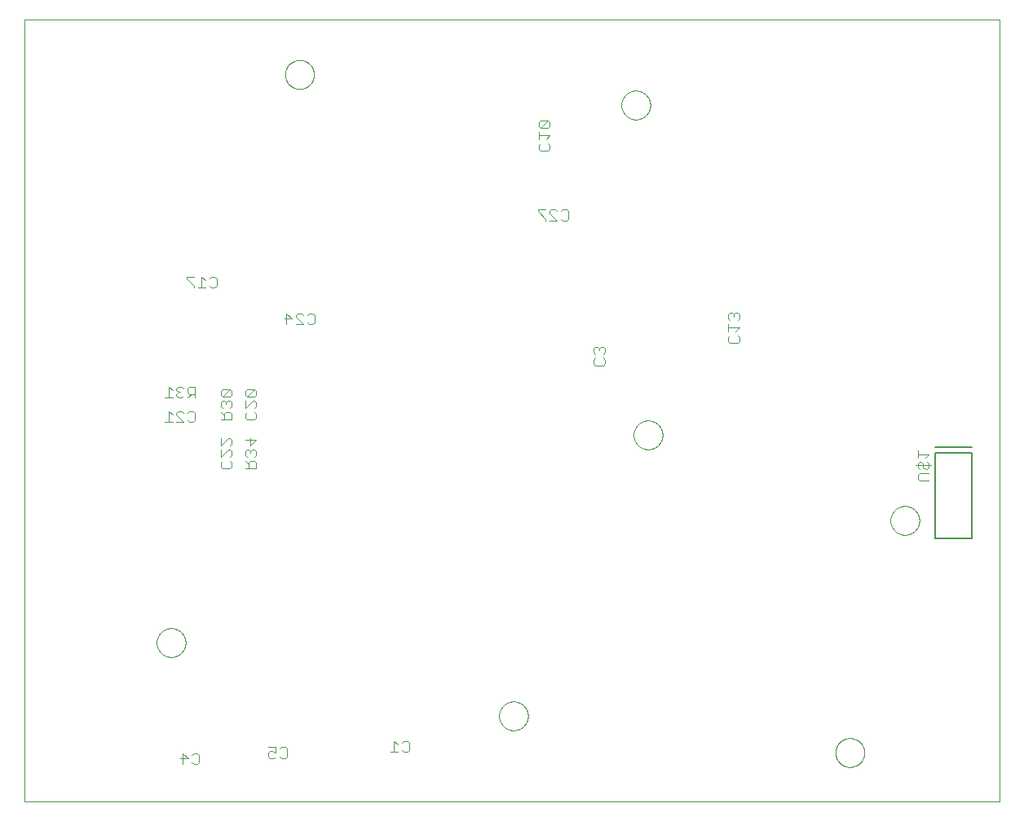
<source format=gbo>
G75*
%MOIN*%
%OFA0B0*%
%FSLAX25Y25*%
%IPPOS*%
%LPD*%
%AMOC8*
5,1,8,0,0,1.08239X$1,22.5*
%
%ADD10C,0.00000*%
%ADD11C,0.00400*%
%ADD12C,0.00500*%
D10*
X0005000Y0037627D02*
X0005000Y0357588D01*
X0403701Y0357588D01*
X0403701Y0037627D01*
X0005000Y0037627D01*
X0059094Y0102627D02*
X0059096Y0102780D01*
X0059102Y0102934D01*
X0059112Y0103087D01*
X0059126Y0103239D01*
X0059144Y0103392D01*
X0059166Y0103543D01*
X0059191Y0103694D01*
X0059221Y0103845D01*
X0059255Y0103995D01*
X0059292Y0104143D01*
X0059333Y0104291D01*
X0059378Y0104437D01*
X0059427Y0104583D01*
X0059480Y0104727D01*
X0059536Y0104869D01*
X0059596Y0105010D01*
X0059660Y0105150D01*
X0059727Y0105288D01*
X0059798Y0105424D01*
X0059873Y0105558D01*
X0059950Y0105690D01*
X0060032Y0105820D01*
X0060116Y0105948D01*
X0060204Y0106074D01*
X0060295Y0106197D01*
X0060389Y0106318D01*
X0060487Y0106436D01*
X0060587Y0106552D01*
X0060691Y0106665D01*
X0060797Y0106776D01*
X0060906Y0106884D01*
X0061018Y0106989D01*
X0061132Y0107090D01*
X0061250Y0107189D01*
X0061369Y0107285D01*
X0061491Y0107378D01*
X0061616Y0107467D01*
X0061743Y0107554D01*
X0061872Y0107636D01*
X0062003Y0107716D01*
X0062136Y0107792D01*
X0062271Y0107865D01*
X0062408Y0107934D01*
X0062547Y0107999D01*
X0062687Y0108061D01*
X0062829Y0108119D01*
X0062972Y0108174D01*
X0063117Y0108225D01*
X0063263Y0108272D01*
X0063410Y0108315D01*
X0063558Y0108354D01*
X0063707Y0108390D01*
X0063857Y0108421D01*
X0064008Y0108449D01*
X0064159Y0108473D01*
X0064312Y0108493D01*
X0064464Y0108509D01*
X0064617Y0108521D01*
X0064770Y0108529D01*
X0064923Y0108533D01*
X0065077Y0108533D01*
X0065230Y0108529D01*
X0065383Y0108521D01*
X0065536Y0108509D01*
X0065688Y0108493D01*
X0065841Y0108473D01*
X0065992Y0108449D01*
X0066143Y0108421D01*
X0066293Y0108390D01*
X0066442Y0108354D01*
X0066590Y0108315D01*
X0066737Y0108272D01*
X0066883Y0108225D01*
X0067028Y0108174D01*
X0067171Y0108119D01*
X0067313Y0108061D01*
X0067453Y0107999D01*
X0067592Y0107934D01*
X0067729Y0107865D01*
X0067864Y0107792D01*
X0067997Y0107716D01*
X0068128Y0107636D01*
X0068257Y0107554D01*
X0068384Y0107467D01*
X0068509Y0107378D01*
X0068631Y0107285D01*
X0068750Y0107189D01*
X0068868Y0107090D01*
X0068982Y0106989D01*
X0069094Y0106884D01*
X0069203Y0106776D01*
X0069309Y0106665D01*
X0069413Y0106552D01*
X0069513Y0106436D01*
X0069611Y0106318D01*
X0069705Y0106197D01*
X0069796Y0106074D01*
X0069884Y0105948D01*
X0069968Y0105820D01*
X0070050Y0105690D01*
X0070127Y0105558D01*
X0070202Y0105424D01*
X0070273Y0105288D01*
X0070340Y0105150D01*
X0070404Y0105010D01*
X0070464Y0104869D01*
X0070520Y0104727D01*
X0070573Y0104583D01*
X0070622Y0104437D01*
X0070667Y0104291D01*
X0070708Y0104143D01*
X0070745Y0103995D01*
X0070779Y0103845D01*
X0070809Y0103694D01*
X0070834Y0103543D01*
X0070856Y0103392D01*
X0070874Y0103239D01*
X0070888Y0103087D01*
X0070898Y0102934D01*
X0070904Y0102780D01*
X0070906Y0102627D01*
X0070904Y0102474D01*
X0070898Y0102320D01*
X0070888Y0102167D01*
X0070874Y0102015D01*
X0070856Y0101862D01*
X0070834Y0101711D01*
X0070809Y0101560D01*
X0070779Y0101409D01*
X0070745Y0101259D01*
X0070708Y0101111D01*
X0070667Y0100963D01*
X0070622Y0100817D01*
X0070573Y0100671D01*
X0070520Y0100527D01*
X0070464Y0100385D01*
X0070404Y0100244D01*
X0070340Y0100104D01*
X0070273Y0099966D01*
X0070202Y0099830D01*
X0070127Y0099696D01*
X0070050Y0099564D01*
X0069968Y0099434D01*
X0069884Y0099306D01*
X0069796Y0099180D01*
X0069705Y0099057D01*
X0069611Y0098936D01*
X0069513Y0098818D01*
X0069413Y0098702D01*
X0069309Y0098589D01*
X0069203Y0098478D01*
X0069094Y0098370D01*
X0068982Y0098265D01*
X0068868Y0098164D01*
X0068750Y0098065D01*
X0068631Y0097969D01*
X0068509Y0097876D01*
X0068384Y0097787D01*
X0068257Y0097700D01*
X0068128Y0097618D01*
X0067997Y0097538D01*
X0067864Y0097462D01*
X0067729Y0097389D01*
X0067592Y0097320D01*
X0067453Y0097255D01*
X0067313Y0097193D01*
X0067171Y0097135D01*
X0067028Y0097080D01*
X0066883Y0097029D01*
X0066737Y0096982D01*
X0066590Y0096939D01*
X0066442Y0096900D01*
X0066293Y0096864D01*
X0066143Y0096833D01*
X0065992Y0096805D01*
X0065841Y0096781D01*
X0065688Y0096761D01*
X0065536Y0096745D01*
X0065383Y0096733D01*
X0065230Y0096725D01*
X0065077Y0096721D01*
X0064923Y0096721D01*
X0064770Y0096725D01*
X0064617Y0096733D01*
X0064464Y0096745D01*
X0064312Y0096761D01*
X0064159Y0096781D01*
X0064008Y0096805D01*
X0063857Y0096833D01*
X0063707Y0096864D01*
X0063558Y0096900D01*
X0063410Y0096939D01*
X0063263Y0096982D01*
X0063117Y0097029D01*
X0062972Y0097080D01*
X0062829Y0097135D01*
X0062687Y0097193D01*
X0062547Y0097255D01*
X0062408Y0097320D01*
X0062271Y0097389D01*
X0062136Y0097462D01*
X0062003Y0097538D01*
X0061872Y0097618D01*
X0061743Y0097700D01*
X0061616Y0097787D01*
X0061491Y0097876D01*
X0061369Y0097969D01*
X0061250Y0098065D01*
X0061132Y0098164D01*
X0061018Y0098265D01*
X0060906Y0098370D01*
X0060797Y0098478D01*
X0060691Y0098589D01*
X0060587Y0098702D01*
X0060487Y0098818D01*
X0060389Y0098936D01*
X0060295Y0099057D01*
X0060204Y0099180D01*
X0060116Y0099306D01*
X0060032Y0099434D01*
X0059950Y0099564D01*
X0059873Y0099696D01*
X0059798Y0099830D01*
X0059727Y0099966D01*
X0059660Y0100104D01*
X0059596Y0100244D01*
X0059536Y0100385D01*
X0059480Y0100527D01*
X0059427Y0100671D01*
X0059378Y0100817D01*
X0059333Y0100963D01*
X0059292Y0101111D01*
X0059255Y0101259D01*
X0059221Y0101409D01*
X0059191Y0101560D01*
X0059166Y0101711D01*
X0059144Y0101862D01*
X0059126Y0102015D01*
X0059112Y0102167D01*
X0059102Y0102320D01*
X0059096Y0102474D01*
X0059094Y0102627D01*
X0199094Y0072627D02*
X0199096Y0072780D01*
X0199102Y0072934D01*
X0199112Y0073087D01*
X0199126Y0073239D01*
X0199144Y0073392D01*
X0199166Y0073543D01*
X0199191Y0073694D01*
X0199221Y0073845D01*
X0199255Y0073995D01*
X0199292Y0074143D01*
X0199333Y0074291D01*
X0199378Y0074437D01*
X0199427Y0074583D01*
X0199480Y0074727D01*
X0199536Y0074869D01*
X0199596Y0075010D01*
X0199660Y0075150D01*
X0199727Y0075288D01*
X0199798Y0075424D01*
X0199873Y0075558D01*
X0199950Y0075690D01*
X0200032Y0075820D01*
X0200116Y0075948D01*
X0200204Y0076074D01*
X0200295Y0076197D01*
X0200389Y0076318D01*
X0200487Y0076436D01*
X0200587Y0076552D01*
X0200691Y0076665D01*
X0200797Y0076776D01*
X0200906Y0076884D01*
X0201018Y0076989D01*
X0201132Y0077090D01*
X0201250Y0077189D01*
X0201369Y0077285D01*
X0201491Y0077378D01*
X0201616Y0077467D01*
X0201743Y0077554D01*
X0201872Y0077636D01*
X0202003Y0077716D01*
X0202136Y0077792D01*
X0202271Y0077865D01*
X0202408Y0077934D01*
X0202547Y0077999D01*
X0202687Y0078061D01*
X0202829Y0078119D01*
X0202972Y0078174D01*
X0203117Y0078225D01*
X0203263Y0078272D01*
X0203410Y0078315D01*
X0203558Y0078354D01*
X0203707Y0078390D01*
X0203857Y0078421D01*
X0204008Y0078449D01*
X0204159Y0078473D01*
X0204312Y0078493D01*
X0204464Y0078509D01*
X0204617Y0078521D01*
X0204770Y0078529D01*
X0204923Y0078533D01*
X0205077Y0078533D01*
X0205230Y0078529D01*
X0205383Y0078521D01*
X0205536Y0078509D01*
X0205688Y0078493D01*
X0205841Y0078473D01*
X0205992Y0078449D01*
X0206143Y0078421D01*
X0206293Y0078390D01*
X0206442Y0078354D01*
X0206590Y0078315D01*
X0206737Y0078272D01*
X0206883Y0078225D01*
X0207028Y0078174D01*
X0207171Y0078119D01*
X0207313Y0078061D01*
X0207453Y0077999D01*
X0207592Y0077934D01*
X0207729Y0077865D01*
X0207864Y0077792D01*
X0207997Y0077716D01*
X0208128Y0077636D01*
X0208257Y0077554D01*
X0208384Y0077467D01*
X0208509Y0077378D01*
X0208631Y0077285D01*
X0208750Y0077189D01*
X0208868Y0077090D01*
X0208982Y0076989D01*
X0209094Y0076884D01*
X0209203Y0076776D01*
X0209309Y0076665D01*
X0209413Y0076552D01*
X0209513Y0076436D01*
X0209611Y0076318D01*
X0209705Y0076197D01*
X0209796Y0076074D01*
X0209884Y0075948D01*
X0209968Y0075820D01*
X0210050Y0075690D01*
X0210127Y0075558D01*
X0210202Y0075424D01*
X0210273Y0075288D01*
X0210340Y0075150D01*
X0210404Y0075010D01*
X0210464Y0074869D01*
X0210520Y0074727D01*
X0210573Y0074583D01*
X0210622Y0074437D01*
X0210667Y0074291D01*
X0210708Y0074143D01*
X0210745Y0073995D01*
X0210779Y0073845D01*
X0210809Y0073694D01*
X0210834Y0073543D01*
X0210856Y0073392D01*
X0210874Y0073239D01*
X0210888Y0073087D01*
X0210898Y0072934D01*
X0210904Y0072780D01*
X0210906Y0072627D01*
X0210904Y0072474D01*
X0210898Y0072320D01*
X0210888Y0072167D01*
X0210874Y0072015D01*
X0210856Y0071862D01*
X0210834Y0071711D01*
X0210809Y0071560D01*
X0210779Y0071409D01*
X0210745Y0071259D01*
X0210708Y0071111D01*
X0210667Y0070963D01*
X0210622Y0070817D01*
X0210573Y0070671D01*
X0210520Y0070527D01*
X0210464Y0070385D01*
X0210404Y0070244D01*
X0210340Y0070104D01*
X0210273Y0069966D01*
X0210202Y0069830D01*
X0210127Y0069696D01*
X0210050Y0069564D01*
X0209968Y0069434D01*
X0209884Y0069306D01*
X0209796Y0069180D01*
X0209705Y0069057D01*
X0209611Y0068936D01*
X0209513Y0068818D01*
X0209413Y0068702D01*
X0209309Y0068589D01*
X0209203Y0068478D01*
X0209094Y0068370D01*
X0208982Y0068265D01*
X0208868Y0068164D01*
X0208750Y0068065D01*
X0208631Y0067969D01*
X0208509Y0067876D01*
X0208384Y0067787D01*
X0208257Y0067700D01*
X0208128Y0067618D01*
X0207997Y0067538D01*
X0207864Y0067462D01*
X0207729Y0067389D01*
X0207592Y0067320D01*
X0207453Y0067255D01*
X0207313Y0067193D01*
X0207171Y0067135D01*
X0207028Y0067080D01*
X0206883Y0067029D01*
X0206737Y0066982D01*
X0206590Y0066939D01*
X0206442Y0066900D01*
X0206293Y0066864D01*
X0206143Y0066833D01*
X0205992Y0066805D01*
X0205841Y0066781D01*
X0205688Y0066761D01*
X0205536Y0066745D01*
X0205383Y0066733D01*
X0205230Y0066725D01*
X0205077Y0066721D01*
X0204923Y0066721D01*
X0204770Y0066725D01*
X0204617Y0066733D01*
X0204464Y0066745D01*
X0204312Y0066761D01*
X0204159Y0066781D01*
X0204008Y0066805D01*
X0203857Y0066833D01*
X0203707Y0066864D01*
X0203558Y0066900D01*
X0203410Y0066939D01*
X0203263Y0066982D01*
X0203117Y0067029D01*
X0202972Y0067080D01*
X0202829Y0067135D01*
X0202687Y0067193D01*
X0202547Y0067255D01*
X0202408Y0067320D01*
X0202271Y0067389D01*
X0202136Y0067462D01*
X0202003Y0067538D01*
X0201872Y0067618D01*
X0201743Y0067700D01*
X0201616Y0067787D01*
X0201491Y0067876D01*
X0201369Y0067969D01*
X0201250Y0068065D01*
X0201132Y0068164D01*
X0201018Y0068265D01*
X0200906Y0068370D01*
X0200797Y0068478D01*
X0200691Y0068589D01*
X0200587Y0068702D01*
X0200487Y0068818D01*
X0200389Y0068936D01*
X0200295Y0069057D01*
X0200204Y0069180D01*
X0200116Y0069306D01*
X0200032Y0069434D01*
X0199950Y0069564D01*
X0199873Y0069696D01*
X0199798Y0069830D01*
X0199727Y0069966D01*
X0199660Y0070104D01*
X0199596Y0070244D01*
X0199536Y0070385D01*
X0199480Y0070527D01*
X0199427Y0070671D01*
X0199378Y0070817D01*
X0199333Y0070963D01*
X0199292Y0071111D01*
X0199255Y0071259D01*
X0199221Y0071409D01*
X0199191Y0071560D01*
X0199166Y0071711D01*
X0199144Y0071862D01*
X0199126Y0072015D01*
X0199112Y0072167D01*
X0199102Y0072320D01*
X0199096Y0072474D01*
X0199094Y0072627D01*
X0254094Y0187627D02*
X0254096Y0187780D01*
X0254102Y0187934D01*
X0254112Y0188087D01*
X0254126Y0188239D01*
X0254144Y0188392D01*
X0254166Y0188543D01*
X0254191Y0188694D01*
X0254221Y0188845D01*
X0254255Y0188995D01*
X0254292Y0189143D01*
X0254333Y0189291D01*
X0254378Y0189437D01*
X0254427Y0189583D01*
X0254480Y0189727D01*
X0254536Y0189869D01*
X0254596Y0190010D01*
X0254660Y0190150D01*
X0254727Y0190288D01*
X0254798Y0190424D01*
X0254873Y0190558D01*
X0254950Y0190690D01*
X0255032Y0190820D01*
X0255116Y0190948D01*
X0255204Y0191074D01*
X0255295Y0191197D01*
X0255389Y0191318D01*
X0255487Y0191436D01*
X0255587Y0191552D01*
X0255691Y0191665D01*
X0255797Y0191776D01*
X0255906Y0191884D01*
X0256018Y0191989D01*
X0256132Y0192090D01*
X0256250Y0192189D01*
X0256369Y0192285D01*
X0256491Y0192378D01*
X0256616Y0192467D01*
X0256743Y0192554D01*
X0256872Y0192636D01*
X0257003Y0192716D01*
X0257136Y0192792D01*
X0257271Y0192865D01*
X0257408Y0192934D01*
X0257547Y0192999D01*
X0257687Y0193061D01*
X0257829Y0193119D01*
X0257972Y0193174D01*
X0258117Y0193225D01*
X0258263Y0193272D01*
X0258410Y0193315D01*
X0258558Y0193354D01*
X0258707Y0193390D01*
X0258857Y0193421D01*
X0259008Y0193449D01*
X0259159Y0193473D01*
X0259312Y0193493D01*
X0259464Y0193509D01*
X0259617Y0193521D01*
X0259770Y0193529D01*
X0259923Y0193533D01*
X0260077Y0193533D01*
X0260230Y0193529D01*
X0260383Y0193521D01*
X0260536Y0193509D01*
X0260688Y0193493D01*
X0260841Y0193473D01*
X0260992Y0193449D01*
X0261143Y0193421D01*
X0261293Y0193390D01*
X0261442Y0193354D01*
X0261590Y0193315D01*
X0261737Y0193272D01*
X0261883Y0193225D01*
X0262028Y0193174D01*
X0262171Y0193119D01*
X0262313Y0193061D01*
X0262453Y0192999D01*
X0262592Y0192934D01*
X0262729Y0192865D01*
X0262864Y0192792D01*
X0262997Y0192716D01*
X0263128Y0192636D01*
X0263257Y0192554D01*
X0263384Y0192467D01*
X0263509Y0192378D01*
X0263631Y0192285D01*
X0263750Y0192189D01*
X0263868Y0192090D01*
X0263982Y0191989D01*
X0264094Y0191884D01*
X0264203Y0191776D01*
X0264309Y0191665D01*
X0264413Y0191552D01*
X0264513Y0191436D01*
X0264611Y0191318D01*
X0264705Y0191197D01*
X0264796Y0191074D01*
X0264884Y0190948D01*
X0264968Y0190820D01*
X0265050Y0190690D01*
X0265127Y0190558D01*
X0265202Y0190424D01*
X0265273Y0190288D01*
X0265340Y0190150D01*
X0265404Y0190010D01*
X0265464Y0189869D01*
X0265520Y0189727D01*
X0265573Y0189583D01*
X0265622Y0189437D01*
X0265667Y0189291D01*
X0265708Y0189143D01*
X0265745Y0188995D01*
X0265779Y0188845D01*
X0265809Y0188694D01*
X0265834Y0188543D01*
X0265856Y0188392D01*
X0265874Y0188239D01*
X0265888Y0188087D01*
X0265898Y0187934D01*
X0265904Y0187780D01*
X0265906Y0187627D01*
X0265904Y0187474D01*
X0265898Y0187320D01*
X0265888Y0187167D01*
X0265874Y0187015D01*
X0265856Y0186862D01*
X0265834Y0186711D01*
X0265809Y0186560D01*
X0265779Y0186409D01*
X0265745Y0186259D01*
X0265708Y0186111D01*
X0265667Y0185963D01*
X0265622Y0185817D01*
X0265573Y0185671D01*
X0265520Y0185527D01*
X0265464Y0185385D01*
X0265404Y0185244D01*
X0265340Y0185104D01*
X0265273Y0184966D01*
X0265202Y0184830D01*
X0265127Y0184696D01*
X0265050Y0184564D01*
X0264968Y0184434D01*
X0264884Y0184306D01*
X0264796Y0184180D01*
X0264705Y0184057D01*
X0264611Y0183936D01*
X0264513Y0183818D01*
X0264413Y0183702D01*
X0264309Y0183589D01*
X0264203Y0183478D01*
X0264094Y0183370D01*
X0263982Y0183265D01*
X0263868Y0183164D01*
X0263750Y0183065D01*
X0263631Y0182969D01*
X0263509Y0182876D01*
X0263384Y0182787D01*
X0263257Y0182700D01*
X0263128Y0182618D01*
X0262997Y0182538D01*
X0262864Y0182462D01*
X0262729Y0182389D01*
X0262592Y0182320D01*
X0262453Y0182255D01*
X0262313Y0182193D01*
X0262171Y0182135D01*
X0262028Y0182080D01*
X0261883Y0182029D01*
X0261737Y0181982D01*
X0261590Y0181939D01*
X0261442Y0181900D01*
X0261293Y0181864D01*
X0261143Y0181833D01*
X0260992Y0181805D01*
X0260841Y0181781D01*
X0260688Y0181761D01*
X0260536Y0181745D01*
X0260383Y0181733D01*
X0260230Y0181725D01*
X0260077Y0181721D01*
X0259923Y0181721D01*
X0259770Y0181725D01*
X0259617Y0181733D01*
X0259464Y0181745D01*
X0259312Y0181761D01*
X0259159Y0181781D01*
X0259008Y0181805D01*
X0258857Y0181833D01*
X0258707Y0181864D01*
X0258558Y0181900D01*
X0258410Y0181939D01*
X0258263Y0181982D01*
X0258117Y0182029D01*
X0257972Y0182080D01*
X0257829Y0182135D01*
X0257687Y0182193D01*
X0257547Y0182255D01*
X0257408Y0182320D01*
X0257271Y0182389D01*
X0257136Y0182462D01*
X0257003Y0182538D01*
X0256872Y0182618D01*
X0256743Y0182700D01*
X0256616Y0182787D01*
X0256491Y0182876D01*
X0256369Y0182969D01*
X0256250Y0183065D01*
X0256132Y0183164D01*
X0256018Y0183265D01*
X0255906Y0183370D01*
X0255797Y0183478D01*
X0255691Y0183589D01*
X0255587Y0183702D01*
X0255487Y0183818D01*
X0255389Y0183936D01*
X0255295Y0184057D01*
X0255204Y0184180D01*
X0255116Y0184306D01*
X0255032Y0184434D01*
X0254950Y0184564D01*
X0254873Y0184696D01*
X0254798Y0184830D01*
X0254727Y0184966D01*
X0254660Y0185104D01*
X0254596Y0185244D01*
X0254536Y0185385D01*
X0254480Y0185527D01*
X0254427Y0185671D01*
X0254378Y0185817D01*
X0254333Y0185963D01*
X0254292Y0186111D01*
X0254255Y0186259D01*
X0254221Y0186409D01*
X0254191Y0186560D01*
X0254166Y0186711D01*
X0254144Y0186862D01*
X0254126Y0187015D01*
X0254112Y0187167D01*
X0254102Y0187320D01*
X0254096Y0187474D01*
X0254094Y0187627D01*
X0359094Y0152627D02*
X0359096Y0152780D01*
X0359102Y0152934D01*
X0359112Y0153087D01*
X0359126Y0153239D01*
X0359144Y0153392D01*
X0359166Y0153543D01*
X0359191Y0153694D01*
X0359221Y0153845D01*
X0359255Y0153995D01*
X0359292Y0154143D01*
X0359333Y0154291D01*
X0359378Y0154437D01*
X0359427Y0154583D01*
X0359480Y0154727D01*
X0359536Y0154869D01*
X0359596Y0155010D01*
X0359660Y0155150D01*
X0359727Y0155288D01*
X0359798Y0155424D01*
X0359873Y0155558D01*
X0359950Y0155690D01*
X0360032Y0155820D01*
X0360116Y0155948D01*
X0360204Y0156074D01*
X0360295Y0156197D01*
X0360389Y0156318D01*
X0360487Y0156436D01*
X0360587Y0156552D01*
X0360691Y0156665D01*
X0360797Y0156776D01*
X0360906Y0156884D01*
X0361018Y0156989D01*
X0361132Y0157090D01*
X0361250Y0157189D01*
X0361369Y0157285D01*
X0361491Y0157378D01*
X0361616Y0157467D01*
X0361743Y0157554D01*
X0361872Y0157636D01*
X0362003Y0157716D01*
X0362136Y0157792D01*
X0362271Y0157865D01*
X0362408Y0157934D01*
X0362547Y0157999D01*
X0362687Y0158061D01*
X0362829Y0158119D01*
X0362972Y0158174D01*
X0363117Y0158225D01*
X0363263Y0158272D01*
X0363410Y0158315D01*
X0363558Y0158354D01*
X0363707Y0158390D01*
X0363857Y0158421D01*
X0364008Y0158449D01*
X0364159Y0158473D01*
X0364312Y0158493D01*
X0364464Y0158509D01*
X0364617Y0158521D01*
X0364770Y0158529D01*
X0364923Y0158533D01*
X0365077Y0158533D01*
X0365230Y0158529D01*
X0365383Y0158521D01*
X0365536Y0158509D01*
X0365688Y0158493D01*
X0365841Y0158473D01*
X0365992Y0158449D01*
X0366143Y0158421D01*
X0366293Y0158390D01*
X0366442Y0158354D01*
X0366590Y0158315D01*
X0366737Y0158272D01*
X0366883Y0158225D01*
X0367028Y0158174D01*
X0367171Y0158119D01*
X0367313Y0158061D01*
X0367453Y0157999D01*
X0367592Y0157934D01*
X0367729Y0157865D01*
X0367864Y0157792D01*
X0367997Y0157716D01*
X0368128Y0157636D01*
X0368257Y0157554D01*
X0368384Y0157467D01*
X0368509Y0157378D01*
X0368631Y0157285D01*
X0368750Y0157189D01*
X0368868Y0157090D01*
X0368982Y0156989D01*
X0369094Y0156884D01*
X0369203Y0156776D01*
X0369309Y0156665D01*
X0369413Y0156552D01*
X0369513Y0156436D01*
X0369611Y0156318D01*
X0369705Y0156197D01*
X0369796Y0156074D01*
X0369884Y0155948D01*
X0369968Y0155820D01*
X0370050Y0155690D01*
X0370127Y0155558D01*
X0370202Y0155424D01*
X0370273Y0155288D01*
X0370340Y0155150D01*
X0370404Y0155010D01*
X0370464Y0154869D01*
X0370520Y0154727D01*
X0370573Y0154583D01*
X0370622Y0154437D01*
X0370667Y0154291D01*
X0370708Y0154143D01*
X0370745Y0153995D01*
X0370779Y0153845D01*
X0370809Y0153694D01*
X0370834Y0153543D01*
X0370856Y0153392D01*
X0370874Y0153239D01*
X0370888Y0153087D01*
X0370898Y0152934D01*
X0370904Y0152780D01*
X0370906Y0152627D01*
X0370904Y0152474D01*
X0370898Y0152320D01*
X0370888Y0152167D01*
X0370874Y0152015D01*
X0370856Y0151862D01*
X0370834Y0151711D01*
X0370809Y0151560D01*
X0370779Y0151409D01*
X0370745Y0151259D01*
X0370708Y0151111D01*
X0370667Y0150963D01*
X0370622Y0150817D01*
X0370573Y0150671D01*
X0370520Y0150527D01*
X0370464Y0150385D01*
X0370404Y0150244D01*
X0370340Y0150104D01*
X0370273Y0149966D01*
X0370202Y0149830D01*
X0370127Y0149696D01*
X0370050Y0149564D01*
X0369968Y0149434D01*
X0369884Y0149306D01*
X0369796Y0149180D01*
X0369705Y0149057D01*
X0369611Y0148936D01*
X0369513Y0148818D01*
X0369413Y0148702D01*
X0369309Y0148589D01*
X0369203Y0148478D01*
X0369094Y0148370D01*
X0368982Y0148265D01*
X0368868Y0148164D01*
X0368750Y0148065D01*
X0368631Y0147969D01*
X0368509Y0147876D01*
X0368384Y0147787D01*
X0368257Y0147700D01*
X0368128Y0147618D01*
X0367997Y0147538D01*
X0367864Y0147462D01*
X0367729Y0147389D01*
X0367592Y0147320D01*
X0367453Y0147255D01*
X0367313Y0147193D01*
X0367171Y0147135D01*
X0367028Y0147080D01*
X0366883Y0147029D01*
X0366737Y0146982D01*
X0366590Y0146939D01*
X0366442Y0146900D01*
X0366293Y0146864D01*
X0366143Y0146833D01*
X0365992Y0146805D01*
X0365841Y0146781D01*
X0365688Y0146761D01*
X0365536Y0146745D01*
X0365383Y0146733D01*
X0365230Y0146725D01*
X0365077Y0146721D01*
X0364923Y0146721D01*
X0364770Y0146725D01*
X0364617Y0146733D01*
X0364464Y0146745D01*
X0364312Y0146761D01*
X0364159Y0146781D01*
X0364008Y0146805D01*
X0363857Y0146833D01*
X0363707Y0146864D01*
X0363558Y0146900D01*
X0363410Y0146939D01*
X0363263Y0146982D01*
X0363117Y0147029D01*
X0362972Y0147080D01*
X0362829Y0147135D01*
X0362687Y0147193D01*
X0362547Y0147255D01*
X0362408Y0147320D01*
X0362271Y0147389D01*
X0362136Y0147462D01*
X0362003Y0147538D01*
X0361872Y0147618D01*
X0361743Y0147700D01*
X0361616Y0147787D01*
X0361491Y0147876D01*
X0361369Y0147969D01*
X0361250Y0148065D01*
X0361132Y0148164D01*
X0361018Y0148265D01*
X0360906Y0148370D01*
X0360797Y0148478D01*
X0360691Y0148589D01*
X0360587Y0148702D01*
X0360487Y0148818D01*
X0360389Y0148936D01*
X0360295Y0149057D01*
X0360204Y0149180D01*
X0360116Y0149306D01*
X0360032Y0149434D01*
X0359950Y0149564D01*
X0359873Y0149696D01*
X0359798Y0149830D01*
X0359727Y0149966D01*
X0359660Y0150104D01*
X0359596Y0150244D01*
X0359536Y0150385D01*
X0359480Y0150527D01*
X0359427Y0150671D01*
X0359378Y0150817D01*
X0359333Y0150963D01*
X0359292Y0151111D01*
X0359255Y0151259D01*
X0359221Y0151409D01*
X0359191Y0151560D01*
X0359166Y0151711D01*
X0359144Y0151862D01*
X0359126Y0152015D01*
X0359112Y0152167D01*
X0359102Y0152320D01*
X0359096Y0152474D01*
X0359094Y0152627D01*
X0336594Y0057627D02*
X0336596Y0057780D01*
X0336602Y0057934D01*
X0336612Y0058087D01*
X0336626Y0058239D01*
X0336644Y0058392D01*
X0336666Y0058543D01*
X0336691Y0058694D01*
X0336721Y0058845D01*
X0336755Y0058995D01*
X0336792Y0059143D01*
X0336833Y0059291D01*
X0336878Y0059437D01*
X0336927Y0059583D01*
X0336980Y0059727D01*
X0337036Y0059869D01*
X0337096Y0060010D01*
X0337160Y0060150D01*
X0337227Y0060288D01*
X0337298Y0060424D01*
X0337373Y0060558D01*
X0337450Y0060690D01*
X0337532Y0060820D01*
X0337616Y0060948D01*
X0337704Y0061074D01*
X0337795Y0061197D01*
X0337889Y0061318D01*
X0337987Y0061436D01*
X0338087Y0061552D01*
X0338191Y0061665D01*
X0338297Y0061776D01*
X0338406Y0061884D01*
X0338518Y0061989D01*
X0338632Y0062090D01*
X0338750Y0062189D01*
X0338869Y0062285D01*
X0338991Y0062378D01*
X0339116Y0062467D01*
X0339243Y0062554D01*
X0339372Y0062636D01*
X0339503Y0062716D01*
X0339636Y0062792D01*
X0339771Y0062865D01*
X0339908Y0062934D01*
X0340047Y0062999D01*
X0340187Y0063061D01*
X0340329Y0063119D01*
X0340472Y0063174D01*
X0340617Y0063225D01*
X0340763Y0063272D01*
X0340910Y0063315D01*
X0341058Y0063354D01*
X0341207Y0063390D01*
X0341357Y0063421D01*
X0341508Y0063449D01*
X0341659Y0063473D01*
X0341812Y0063493D01*
X0341964Y0063509D01*
X0342117Y0063521D01*
X0342270Y0063529D01*
X0342423Y0063533D01*
X0342577Y0063533D01*
X0342730Y0063529D01*
X0342883Y0063521D01*
X0343036Y0063509D01*
X0343188Y0063493D01*
X0343341Y0063473D01*
X0343492Y0063449D01*
X0343643Y0063421D01*
X0343793Y0063390D01*
X0343942Y0063354D01*
X0344090Y0063315D01*
X0344237Y0063272D01*
X0344383Y0063225D01*
X0344528Y0063174D01*
X0344671Y0063119D01*
X0344813Y0063061D01*
X0344953Y0062999D01*
X0345092Y0062934D01*
X0345229Y0062865D01*
X0345364Y0062792D01*
X0345497Y0062716D01*
X0345628Y0062636D01*
X0345757Y0062554D01*
X0345884Y0062467D01*
X0346009Y0062378D01*
X0346131Y0062285D01*
X0346250Y0062189D01*
X0346368Y0062090D01*
X0346482Y0061989D01*
X0346594Y0061884D01*
X0346703Y0061776D01*
X0346809Y0061665D01*
X0346913Y0061552D01*
X0347013Y0061436D01*
X0347111Y0061318D01*
X0347205Y0061197D01*
X0347296Y0061074D01*
X0347384Y0060948D01*
X0347468Y0060820D01*
X0347550Y0060690D01*
X0347627Y0060558D01*
X0347702Y0060424D01*
X0347773Y0060288D01*
X0347840Y0060150D01*
X0347904Y0060010D01*
X0347964Y0059869D01*
X0348020Y0059727D01*
X0348073Y0059583D01*
X0348122Y0059437D01*
X0348167Y0059291D01*
X0348208Y0059143D01*
X0348245Y0058995D01*
X0348279Y0058845D01*
X0348309Y0058694D01*
X0348334Y0058543D01*
X0348356Y0058392D01*
X0348374Y0058239D01*
X0348388Y0058087D01*
X0348398Y0057934D01*
X0348404Y0057780D01*
X0348406Y0057627D01*
X0348404Y0057474D01*
X0348398Y0057320D01*
X0348388Y0057167D01*
X0348374Y0057015D01*
X0348356Y0056862D01*
X0348334Y0056711D01*
X0348309Y0056560D01*
X0348279Y0056409D01*
X0348245Y0056259D01*
X0348208Y0056111D01*
X0348167Y0055963D01*
X0348122Y0055817D01*
X0348073Y0055671D01*
X0348020Y0055527D01*
X0347964Y0055385D01*
X0347904Y0055244D01*
X0347840Y0055104D01*
X0347773Y0054966D01*
X0347702Y0054830D01*
X0347627Y0054696D01*
X0347550Y0054564D01*
X0347468Y0054434D01*
X0347384Y0054306D01*
X0347296Y0054180D01*
X0347205Y0054057D01*
X0347111Y0053936D01*
X0347013Y0053818D01*
X0346913Y0053702D01*
X0346809Y0053589D01*
X0346703Y0053478D01*
X0346594Y0053370D01*
X0346482Y0053265D01*
X0346368Y0053164D01*
X0346250Y0053065D01*
X0346131Y0052969D01*
X0346009Y0052876D01*
X0345884Y0052787D01*
X0345757Y0052700D01*
X0345628Y0052618D01*
X0345497Y0052538D01*
X0345364Y0052462D01*
X0345229Y0052389D01*
X0345092Y0052320D01*
X0344953Y0052255D01*
X0344813Y0052193D01*
X0344671Y0052135D01*
X0344528Y0052080D01*
X0344383Y0052029D01*
X0344237Y0051982D01*
X0344090Y0051939D01*
X0343942Y0051900D01*
X0343793Y0051864D01*
X0343643Y0051833D01*
X0343492Y0051805D01*
X0343341Y0051781D01*
X0343188Y0051761D01*
X0343036Y0051745D01*
X0342883Y0051733D01*
X0342730Y0051725D01*
X0342577Y0051721D01*
X0342423Y0051721D01*
X0342270Y0051725D01*
X0342117Y0051733D01*
X0341964Y0051745D01*
X0341812Y0051761D01*
X0341659Y0051781D01*
X0341508Y0051805D01*
X0341357Y0051833D01*
X0341207Y0051864D01*
X0341058Y0051900D01*
X0340910Y0051939D01*
X0340763Y0051982D01*
X0340617Y0052029D01*
X0340472Y0052080D01*
X0340329Y0052135D01*
X0340187Y0052193D01*
X0340047Y0052255D01*
X0339908Y0052320D01*
X0339771Y0052389D01*
X0339636Y0052462D01*
X0339503Y0052538D01*
X0339372Y0052618D01*
X0339243Y0052700D01*
X0339116Y0052787D01*
X0338991Y0052876D01*
X0338869Y0052969D01*
X0338750Y0053065D01*
X0338632Y0053164D01*
X0338518Y0053265D01*
X0338406Y0053370D01*
X0338297Y0053478D01*
X0338191Y0053589D01*
X0338087Y0053702D01*
X0337987Y0053818D01*
X0337889Y0053936D01*
X0337795Y0054057D01*
X0337704Y0054180D01*
X0337616Y0054306D01*
X0337532Y0054434D01*
X0337450Y0054564D01*
X0337373Y0054696D01*
X0337298Y0054830D01*
X0337227Y0054966D01*
X0337160Y0055104D01*
X0337096Y0055244D01*
X0337036Y0055385D01*
X0336980Y0055527D01*
X0336927Y0055671D01*
X0336878Y0055817D01*
X0336833Y0055963D01*
X0336792Y0056111D01*
X0336755Y0056259D01*
X0336721Y0056409D01*
X0336691Y0056560D01*
X0336666Y0056711D01*
X0336644Y0056862D01*
X0336626Y0057015D01*
X0336612Y0057167D01*
X0336602Y0057320D01*
X0336596Y0057474D01*
X0336594Y0057627D01*
X0249094Y0322627D02*
X0249096Y0322780D01*
X0249102Y0322934D01*
X0249112Y0323087D01*
X0249126Y0323239D01*
X0249144Y0323392D01*
X0249166Y0323543D01*
X0249191Y0323694D01*
X0249221Y0323845D01*
X0249255Y0323995D01*
X0249292Y0324143D01*
X0249333Y0324291D01*
X0249378Y0324437D01*
X0249427Y0324583D01*
X0249480Y0324727D01*
X0249536Y0324869D01*
X0249596Y0325010D01*
X0249660Y0325150D01*
X0249727Y0325288D01*
X0249798Y0325424D01*
X0249873Y0325558D01*
X0249950Y0325690D01*
X0250032Y0325820D01*
X0250116Y0325948D01*
X0250204Y0326074D01*
X0250295Y0326197D01*
X0250389Y0326318D01*
X0250487Y0326436D01*
X0250587Y0326552D01*
X0250691Y0326665D01*
X0250797Y0326776D01*
X0250906Y0326884D01*
X0251018Y0326989D01*
X0251132Y0327090D01*
X0251250Y0327189D01*
X0251369Y0327285D01*
X0251491Y0327378D01*
X0251616Y0327467D01*
X0251743Y0327554D01*
X0251872Y0327636D01*
X0252003Y0327716D01*
X0252136Y0327792D01*
X0252271Y0327865D01*
X0252408Y0327934D01*
X0252547Y0327999D01*
X0252687Y0328061D01*
X0252829Y0328119D01*
X0252972Y0328174D01*
X0253117Y0328225D01*
X0253263Y0328272D01*
X0253410Y0328315D01*
X0253558Y0328354D01*
X0253707Y0328390D01*
X0253857Y0328421D01*
X0254008Y0328449D01*
X0254159Y0328473D01*
X0254312Y0328493D01*
X0254464Y0328509D01*
X0254617Y0328521D01*
X0254770Y0328529D01*
X0254923Y0328533D01*
X0255077Y0328533D01*
X0255230Y0328529D01*
X0255383Y0328521D01*
X0255536Y0328509D01*
X0255688Y0328493D01*
X0255841Y0328473D01*
X0255992Y0328449D01*
X0256143Y0328421D01*
X0256293Y0328390D01*
X0256442Y0328354D01*
X0256590Y0328315D01*
X0256737Y0328272D01*
X0256883Y0328225D01*
X0257028Y0328174D01*
X0257171Y0328119D01*
X0257313Y0328061D01*
X0257453Y0327999D01*
X0257592Y0327934D01*
X0257729Y0327865D01*
X0257864Y0327792D01*
X0257997Y0327716D01*
X0258128Y0327636D01*
X0258257Y0327554D01*
X0258384Y0327467D01*
X0258509Y0327378D01*
X0258631Y0327285D01*
X0258750Y0327189D01*
X0258868Y0327090D01*
X0258982Y0326989D01*
X0259094Y0326884D01*
X0259203Y0326776D01*
X0259309Y0326665D01*
X0259413Y0326552D01*
X0259513Y0326436D01*
X0259611Y0326318D01*
X0259705Y0326197D01*
X0259796Y0326074D01*
X0259884Y0325948D01*
X0259968Y0325820D01*
X0260050Y0325690D01*
X0260127Y0325558D01*
X0260202Y0325424D01*
X0260273Y0325288D01*
X0260340Y0325150D01*
X0260404Y0325010D01*
X0260464Y0324869D01*
X0260520Y0324727D01*
X0260573Y0324583D01*
X0260622Y0324437D01*
X0260667Y0324291D01*
X0260708Y0324143D01*
X0260745Y0323995D01*
X0260779Y0323845D01*
X0260809Y0323694D01*
X0260834Y0323543D01*
X0260856Y0323392D01*
X0260874Y0323239D01*
X0260888Y0323087D01*
X0260898Y0322934D01*
X0260904Y0322780D01*
X0260906Y0322627D01*
X0260904Y0322474D01*
X0260898Y0322320D01*
X0260888Y0322167D01*
X0260874Y0322015D01*
X0260856Y0321862D01*
X0260834Y0321711D01*
X0260809Y0321560D01*
X0260779Y0321409D01*
X0260745Y0321259D01*
X0260708Y0321111D01*
X0260667Y0320963D01*
X0260622Y0320817D01*
X0260573Y0320671D01*
X0260520Y0320527D01*
X0260464Y0320385D01*
X0260404Y0320244D01*
X0260340Y0320104D01*
X0260273Y0319966D01*
X0260202Y0319830D01*
X0260127Y0319696D01*
X0260050Y0319564D01*
X0259968Y0319434D01*
X0259884Y0319306D01*
X0259796Y0319180D01*
X0259705Y0319057D01*
X0259611Y0318936D01*
X0259513Y0318818D01*
X0259413Y0318702D01*
X0259309Y0318589D01*
X0259203Y0318478D01*
X0259094Y0318370D01*
X0258982Y0318265D01*
X0258868Y0318164D01*
X0258750Y0318065D01*
X0258631Y0317969D01*
X0258509Y0317876D01*
X0258384Y0317787D01*
X0258257Y0317700D01*
X0258128Y0317618D01*
X0257997Y0317538D01*
X0257864Y0317462D01*
X0257729Y0317389D01*
X0257592Y0317320D01*
X0257453Y0317255D01*
X0257313Y0317193D01*
X0257171Y0317135D01*
X0257028Y0317080D01*
X0256883Y0317029D01*
X0256737Y0316982D01*
X0256590Y0316939D01*
X0256442Y0316900D01*
X0256293Y0316864D01*
X0256143Y0316833D01*
X0255992Y0316805D01*
X0255841Y0316781D01*
X0255688Y0316761D01*
X0255536Y0316745D01*
X0255383Y0316733D01*
X0255230Y0316725D01*
X0255077Y0316721D01*
X0254923Y0316721D01*
X0254770Y0316725D01*
X0254617Y0316733D01*
X0254464Y0316745D01*
X0254312Y0316761D01*
X0254159Y0316781D01*
X0254008Y0316805D01*
X0253857Y0316833D01*
X0253707Y0316864D01*
X0253558Y0316900D01*
X0253410Y0316939D01*
X0253263Y0316982D01*
X0253117Y0317029D01*
X0252972Y0317080D01*
X0252829Y0317135D01*
X0252687Y0317193D01*
X0252547Y0317255D01*
X0252408Y0317320D01*
X0252271Y0317389D01*
X0252136Y0317462D01*
X0252003Y0317538D01*
X0251872Y0317618D01*
X0251743Y0317700D01*
X0251616Y0317787D01*
X0251491Y0317876D01*
X0251369Y0317969D01*
X0251250Y0318065D01*
X0251132Y0318164D01*
X0251018Y0318265D01*
X0250906Y0318370D01*
X0250797Y0318478D01*
X0250691Y0318589D01*
X0250587Y0318702D01*
X0250487Y0318818D01*
X0250389Y0318936D01*
X0250295Y0319057D01*
X0250204Y0319180D01*
X0250116Y0319306D01*
X0250032Y0319434D01*
X0249950Y0319564D01*
X0249873Y0319696D01*
X0249798Y0319830D01*
X0249727Y0319966D01*
X0249660Y0320104D01*
X0249596Y0320244D01*
X0249536Y0320385D01*
X0249480Y0320527D01*
X0249427Y0320671D01*
X0249378Y0320817D01*
X0249333Y0320963D01*
X0249292Y0321111D01*
X0249255Y0321259D01*
X0249221Y0321409D01*
X0249191Y0321560D01*
X0249166Y0321711D01*
X0249144Y0321862D01*
X0249126Y0322015D01*
X0249112Y0322167D01*
X0249102Y0322320D01*
X0249096Y0322474D01*
X0249094Y0322627D01*
X0111594Y0335127D02*
X0111596Y0335280D01*
X0111602Y0335434D01*
X0111612Y0335587D01*
X0111626Y0335739D01*
X0111644Y0335892D01*
X0111666Y0336043D01*
X0111691Y0336194D01*
X0111721Y0336345D01*
X0111755Y0336495D01*
X0111792Y0336643D01*
X0111833Y0336791D01*
X0111878Y0336937D01*
X0111927Y0337083D01*
X0111980Y0337227D01*
X0112036Y0337369D01*
X0112096Y0337510D01*
X0112160Y0337650D01*
X0112227Y0337788D01*
X0112298Y0337924D01*
X0112373Y0338058D01*
X0112450Y0338190D01*
X0112532Y0338320D01*
X0112616Y0338448D01*
X0112704Y0338574D01*
X0112795Y0338697D01*
X0112889Y0338818D01*
X0112987Y0338936D01*
X0113087Y0339052D01*
X0113191Y0339165D01*
X0113297Y0339276D01*
X0113406Y0339384D01*
X0113518Y0339489D01*
X0113632Y0339590D01*
X0113750Y0339689D01*
X0113869Y0339785D01*
X0113991Y0339878D01*
X0114116Y0339967D01*
X0114243Y0340054D01*
X0114372Y0340136D01*
X0114503Y0340216D01*
X0114636Y0340292D01*
X0114771Y0340365D01*
X0114908Y0340434D01*
X0115047Y0340499D01*
X0115187Y0340561D01*
X0115329Y0340619D01*
X0115472Y0340674D01*
X0115617Y0340725D01*
X0115763Y0340772D01*
X0115910Y0340815D01*
X0116058Y0340854D01*
X0116207Y0340890D01*
X0116357Y0340921D01*
X0116508Y0340949D01*
X0116659Y0340973D01*
X0116812Y0340993D01*
X0116964Y0341009D01*
X0117117Y0341021D01*
X0117270Y0341029D01*
X0117423Y0341033D01*
X0117577Y0341033D01*
X0117730Y0341029D01*
X0117883Y0341021D01*
X0118036Y0341009D01*
X0118188Y0340993D01*
X0118341Y0340973D01*
X0118492Y0340949D01*
X0118643Y0340921D01*
X0118793Y0340890D01*
X0118942Y0340854D01*
X0119090Y0340815D01*
X0119237Y0340772D01*
X0119383Y0340725D01*
X0119528Y0340674D01*
X0119671Y0340619D01*
X0119813Y0340561D01*
X0119953Y0340499D01*
X0120092Y0340434D01*
X0120229Y0340365D01*
X0120364Y0340292D01*
X0120497Y0340216D01*
X0120628Y0340136D01*
X0120757Y0340054D01*
X0120884Y0339967D01*
X0121009Y0339878D01*
X0121131Y0339785D01*
X0121250Y0339689D01*
X0121368Y0339590D01*
X0121482Y0339489D01*
X0121594Y0339384D01*
X0121703Y0339276D01*
X0121809Y0339165D01*
X0121913Y0339052D01*
X0122013Y0338936D01*
X0122111Y0338818D01*
X0122205Y0338697D01*
X0122296Y0338574D01*
X0122384Y0338448D01*
X0122468Y0338320D01*
X0122550Y0338190D01*
X0122627Y0338058D01*
X0122702Y0337924D01*
X0122773Y0337788D01*
X0122840Y0337650D01*
X0122904Y0337510D01*
X0122964Y0337369D01*
X0123020Y0337227D01*
X0123073Y0337083D01*
X0123122Y0336937D01*
X0123167Y0336791D01*
X0123208Y0336643D01*
X0123245Y0336495D01*
X0123279Y0336345D01*
X0123309Y0336194D01*
X0123334Y0336043D01*
X0123356Y0335892D01*
X0123374Y0335739D01*
X0123388Y0335587D01*
X0123398Y0335434D01*
X0123404Y0335280D01*
X0123406Y0335127D01*
X0123404Y0334974D01*
X0123398Y0334820D01*
X0123388Y0334667D01*
X0123374Y0334515D01*
X0123356Y0334362D01*
X0123334Y0334211D01*
X0123309Y0334060D01*
X0123279Y0333909D01*
X0123245Y0333759D01*
X0123208Y0333611D01*
X0123167Y0333463D01*
X0123122Y0333317D01*
X0123073Y0333171D01*
X0123020Y0333027D01*
X0122964Y0332885D01*
X0122904Y0332744D01*
X0122840Y0332604D01*
X0122773Y0332466D01*
X0122702Y0332330D01*
X0122627Y0332196D01*
X0122550Y0332064D01*
X0122468Y0331934D01*
X0122384Y0331806D01*
X0122296Y0331680D01*
X0122205Y0331557D01*
X0122111Y0331436D01*
X0122013Y0331318D01*
X0121913Y0331202D01*
X0121809Y0331089D01*
X0121703Y0330978D01*
X0121594Y0330870D01*
X0121482Y0330765D01*
X0121368Y0330664D01*
X0121250Y0330565D01*
X0121131Y0330469D01*
X0121009Y0330376D01*
X0120884Y0330287D01*
X0120757Y0330200D01*
X0120628Y0330118D01*
X0120497Y0330038D01*
X0120364Y0329962D01*
X0120229Y0329889D01*
X0120092Y0329820D01*
X0119953Y0329755D01*
X0119813Y0329693D01*
X0119671Y0329635D01*
X0119528Y0329580D01*
X0119383Y0329529D01*
X0119237Y0329482D01*
X0119090Y0329439D01*
X0118942Y0329400D01*
X0118793Y0329364D01*
X0118643Y0329333D01*
X0118492Y0329305D01*
X0118341Y0329281D01*
X0118188Y0329261D01*
X0118036Y0329245D01*
X0117883Y0329233D01*
X0117730Y0329225D01*
X0117577Y0329221D01*
X0117423Y0329221D01*
X0117270Y0329225D01*
X0117117Y0329233D01*
X0116964Y0329245D01*
X0116812Y0329261D01*
X0116659Y0329281D01*
X0116508Y0329305D01*
X0116357Y0329333D01*
X0116207Y0329364D01*
X0116058Y0329400D01*
X0115910Y0329439D01*
X0115763Y0329482D01*
X0115617Y0329529D01*
X0115472Y0329580D01*
X0115329Y0329635D01*
X0115187Y0329693D01*
X0115047Y0329755D01*
X0114908Y0329820D01*
X0114771Y0329889D01*
X0114636Y0329962D01*
X0114503Y0330038D01*
X0114372Y0330118D01*
X0114243Y0330200D01*
X0114116Y0330287D01*
X0113991Y0330376D01*
X0113869Y0330469D01*
X0113750Y0330565D01*
X0113632Y0330664D01*
X0113518Y0330765D01*
X0113406Y0330870D01*
X0113297Y0330978D01*
X0113191Y0331089D01*
X0113087Y0331202D01*
X0112987Y0331318D01*
X0112889Y0331436D01*
X0112795Y0331557D01*
X0112704Y0331680D01*
X0112616Y0331806D01*
X0112532Y0331934D01*
X0112450Y0332064D01*
X0112373Y0332196D01*
X0112298Y0332330D01*
X0112227Y0332466D01*
X0112160Y0332604D01*
X0112096Y0332744D01*
X0112036Y0332885D01*
X0111980Y0333027D01*
X0111927Y0333171D01*
X0111878Y0333317D01*
X0111833Y0333463D01*
X0111792Y0333611D01*
X0111755Y0333759D01*
X0111721Y0333909D01*
X0111691Y0334060D01*
X0111666Y0334211D01*
X0111644Y0334362D01*
X0111626Y0334515D01*
X0111612Y0334667D01*
X0111602Y0334820D01*
X0111596Y0334974D01*
X0111594Y0335127D01*
D11*
X0082844Y0252431D02*
X0081310Y0252431D01*
X0080543Y0251663D01*
X0079008Y0250896D02*
X0077473Y0252431D01*
X0077473Y0247827D01*
X0075939Y0247827D02*
X0079008Y0247827D01*
X0080543Y0248594D02*
X0081310Y0247827D01*
X0082844Y0247827D01*
X0083612Y0248594D01*
X0083612Y0251663D01*
X0082844Y0252431D01*
X0074404Y0252431D02*
X0071335Y0252431D01*
X0071335Y0251663D01*
X0074404Y0248594D01*
X0074404Y0247827D01*
X0111335Y0235129D02*
X0114404Y0235129D01*
X0112102Y0237431D01*
X0112102Y0232827D01*
X0115939Y0232827D02*
X0119008Y0232827D01*
X0115939Y0235896D01*
X0115939Y0236663D01*
X0116706Y0237431D01*
X0118241Y0237431D01*
X0119008Y0236663D01*
X0120543Y0236663D02*
X0121310Y0237431D01*
X0122844Y0237431D01*
X0123612Y0236663D01*
X0123612Y0233594D01*
X0122844Y0232827D01*
X0121310Y0232827D01*
X0120543Y0233594D01*
X0099037Y0206292D02*
X0095967Y0206292D01*
X0095200Y0205525D01*
X0095200Y0203990D01*
X0095967Y0203223D01*
X0099037Y0206292D01*
X0099804Y0205525D01*
X0099804Y0203990D01*
X0099037Y0203223D01*
X0095967Y0203223D01*
X0095200Y0201688D02*
X0095200Y0198619D01*
X0098269Y0201688D01*
X0099037Y0201688D01*
X0099804Y0200921D01*
X0099804Y0199386D01*
X0099037Y0198619D01*
X0099037Y0197084D02*
X0099804Y0196317D01*
X0099804Y0194782D01*
X0099037Y0194015D01*
X0095967Y0194015D01*
X0095200Y0194782D01*
X0095200Y0196317D01*
X0095967Y0197084D01*
X0089804Y0196317D02*
X0089804Y0194015D01*
X0085200Y0194015D01*
X0086735Y0194015D02*
X0086735Y0196317D01*
X0087502Y0197084D01*
X0089037Y0197084D01*
X0089804Y0196317D01*
X0089037Y0198619D02*
X0089804Y0199386D01*
X0089804Y0200921D01*
X0089037Y0201688D01*
X0088269Y0201688D01*
X0087502Y0200921D01*
X0086735Y0201688D01*
X0085967Y0201688D01*
X0085200Y0200921D01*
X0085200Y0199386D01*
X0085967Y0198619D01*
X0085200Y0197084D02*
X0086735Y0195550D01*
X0087502Y0200154D02*
X0087502Y0200921D01*
X0089037Y0203223D02*
X0089804Y0203990D01*
X0089804Y0205525D01*
X0089037Y0206292D01*
X0085967Y0203223D01*
X0085200Y0203990D01*
X0085200Y0205525D01*
X0085967Y0206292D01*
X0089037Y0206292D01*
X0089037Y0203223D02*
X0085967Y0203223D01*
X0074800Y0202827D02*
X0074800Y0207431D01*
X0072498Y0207431D01*
X0071731Y0206663D01*
X0071731Y0205129D01*
X0072498Y0204362D01*
X0074800Y0204362D01*
X0073265Y0204362D02*
X0071731Y0202827D01*
X0070196Y0203594D02*
X0069429Y0202827D01*
X0067894Y0202827D01*
X0067127Y0203594D01*
X0067127Y0204362D01*
X0067894Y0205129D01*
X0068661Y0205129D01*
X0067894Y0205129D02*
X0067127Y0205896D01*
X0067127Y0206663D01*
X0067894Y0207431D01*
X0069429Y0207431D01*
X0070196Y0206663D01*
X0065592Y0205896D02*
X0064058Y0207431D01*
X0064058Y0202827D01*
X0065592Y0202827D02*
X0062523Y0202827D01*
X0064058Y0197431D02*
X0064058Y0192827D01*
X0065592Y0192827D02*
X0062523Y0192827D01*
X0065592Y0195896D02*
X0064058Y0197431D01*
X0067127Y0196663D02*
X0067894Y0197431D01*
X0069429Y0197431D01*
X0070196Y0196663D01*
X0071731Y0196663D02*
X0072498Y0197431D01*
X0074033Y0197431D01*
X0074800Y0196663D01*
X0074800Y0193594D01*
X0074033Y0192827D01*
X0072498Y0192827D01*
X0071731Y0193594D01*
X0070196Y0192827D02*
X0067127Y0195896D01*
X0067127Y0196663D01*
X0067127Y0192827D02*
X0070196Y0192827D01*
X0085200Y0186292D02*
X0085200Y0183223D01*
X0088269Y0186292D01*
X0089037Y0186292D01*
X0089804Y0185525D01*
X0089804Y0183990D01*
X0089037Y0183223D01*
X0089037Y0181688D02*
X0089804Y0180921D01*
X0089804Y0179386D01*
X0089037Y0178619D01*
X0089037Y0177084D02*
X0089804Y0176317D01*
X0089804Y0174782D01*
X0089037Y0174015D01*
X0085967Y0174015D01*
X0085200Y0174782D01*
X0085200Y0176317D01*
X0085967Y0177084D01*
X0085200Y0178619D02*
X0085200Y0181688D01*
X0085200Y0178619D02*
X0088269Y0181688D01*
X0089037Y0181688D01*
X0095200Y0180921D02*
X0095200Y0179386D01*
X0095967Y0178619D01*
X0095200Y0177084D02*
X0096735Y0175550D01*
X0096735Y0176317D02*
X0096735Y0174015D01*
X0095200Y0174015D02*
X0099804Y0174015D01*
X0099804Y0176317D01*
X0099037Y0177084D01*
X0097502Y0177084D01*
X0096735Y0176317D01*
X0099037Y0178619D02*
X0099804Y0179386D01*
X0099804Y0180921D01*
X0099037Y0181688D01*
X0098269Y0181688D01*
X0097502Y0180921D01*
X0096735Y0181688D01*
X0095967Y0181688D01*
X0095200Y0180921D01*
X0097502Y0180921D02*
X0097502Y0180154D01*
X0097502Y0183223D02*
X0097502Y0186292D01*
X0095200Y0185525D02*
X0099804Y0185525D01*
X0097502Y0183223D01*
X0215085Y0279163D02*
X0218154Y0276094D01*
X0218154Y0275327D01*
X0219689Y0275327D02*
X0222758Y0275327D01*
X0219689Y0278396D01*
X0219689Y0279163D01*
X0220456Y0279931D01*
X0221991Y0279931D01*
X0222758Y0279163D01*
X0224293Y0279163D02*
X0225060Y0279931D01*
X0226594Y0279931D01*
X0227362Y0279163D01*
X0227362Y0276094D01*
X0226594Y0275327D01*
X0225060Y0275327D01*
X0224293Y0276094D01*
X0218154Y0279931D02*
X0215085Y0279931D01*
X0215085Y0279163D01*
X0215967Y0304015D02*
X0215200Y0304782D01*
X0215200Y0306317D01*
X0215967Y0307084D01*
X0215200Y0308619D02*
X0215200Y0311688D01*
X0215200Y0310154D02*
X0219804Y0310154D01*
X0218269Y0308619D01*
X0219037Y0307084D02*
X0219804Y0306317D01*
X0219804Y0304782D01*
X0219037Y0304015D01*
X0215967Y0304015D01*
X0215967Y0313223D02*
X0215200Y0313990D01*
X0215200Y0315525D01*
X0215967Y0316292D01*
X0219037Y0316292D01*
X0215967Y0313223D01*
X0219037Y0313223D01*
X0219804Y0313990D01*
X0219804Y0315525D01*
X0219037Y0316292D01*
X0293467Y0237604D02*
X0292700Y0236837D01*
X0292700Y0235302D01*
X0293467Y0234535D01*
X0292700Y0233000D02*
X0292700Y0229931D01*
X0292700Y0231465D02*
X0297304Y0231465D01*
X0295769Y0229931D01*
X0296537Y0228396D02*
X0297304Y0227629D01*
X0297304Y0226094D01*
X0296537Y0225327D01*
X0293467Y0225327D01*
X0292700Y0226094D01*
X0292700Y0227629D01*
X0293467Y0228396D01*
X0296537Y0234535D02*
X0297304Y0235302D01*
X0297304Y0236837D01*
X0296537Y0237604D01*
X0295769Y0237604D01*
X0295002Y0236837D01*
X0294235Y0237604D01*
X0293467Y0237604D01*
X0295002Y0236837D02*
X0295002Y0236069D01*
X0242304Y0223025D02*
X0242304Y0221490D01*
X0241537Y0220723D01*
X0241537Y0219188D02*
X0242304Y0218421D01*
X0242304Y0216886D01*
X0241537Y0216119D01*
X0238467Y0216119D01*
X0237700Y0216886D01*
X0237700Y0218421D01*
X0238467Y0219188D01*
X0238467Y0220723D02*
X0237700Y0221490D01*
X0237700Y0223025D01*
X0238467Y0223792D01*
X0239235Y0223792D01*
X0240002Y0223025D01*
X0240002Y0222258D01*
X0240002Y0223025D02*
X0240769Y0223792D01*
X0241537Y0223792D01*
X0242304Y0223025D01*
X0370200Y0181292D02*
X0370200Y0178223D01*
X0370200Y0179758D02*
X0374804Y0179758D01*
X0373269Y0178223D01*
X0374037Y0176688D02*
X0374804Y0175921D01*
X0374804Y0174386D01*
X0374037Y0173619D01*
X0373269Y0173619D01*
X0372502Y0174386D01*
X0372502Y0175921D01*
X0371735Y0176688D01*
X0370967Y0176688D01*
X0370200Y0175921D01*
X0370200Y0174386D01*
X0370967Y0173619D01*
X0370967Y0172084D02*
X0370200Y0171317D01*
X0370200Y0169782D01*
X0370967Y0169015D01*
X0374804Y0169015D01*
X0374804Y0172084D02*
X0370967Y0172084D01*
X0369433Y0175154D02*
X0375571Y0175154D01*
X0162300Y0061663D02*
X0162300Y0058594D01*
X0161533Y0057827D01*
X0159998Y0057827D01*
X0159231Y0058594D01*
X0157696Y0057827D02*
X0154627Y0057827D01*
X0156161Y0057827D02*
X0156161Y0062431D01*
X0157696Y0060896D01*
X0159231Y0061663D02*
X0159998Y0062431D01*
X0161533Y0062431D01*
X0162300Y0061663D01*
X0112300Y0059163D02*
X0112300Y0056094D01*
X0111533Y0055327D01*
X0109998Y0055327D01*
X0109231Y0056094D01*
X0107696Y0056094D02*
X0106929Y0055327D01*
X0105394Y0055327D01*
X0104627Y0056094D01*
X0104627Y0057629D01*
X0105394Y0058396D01*
X0106161Y0058396D01*
X0107696Y0057629D01*
X0107696Y0059931D01*
X0104627Y0059931D01*
X0109231Y0059163D02*
X0109998Y0059931D01*
X0111533Y0059931D01*
X0112300Y0059163D01*
X0076508Y0056663D02*
X0076508Y0053594D01*
X0075741Y0052827D01*
X0074206Y0052827D01*
X0073439Y0053594D01*
X0071904Y0055129D02*
X0068835Y0055129D01*
X0069602Y0052827D02*
X0069602Y0057431D01*
X0071904Y0055129D01*
X0073439Y0056663D02*
X0074206Y0057431D01*
X0075741Y0057431D01*
X0076508Y0056663D01*
D12*
X0377500Y0145127D02*
X0392500Y0145127D01*
X0392500Y0180127D01*
X0377500Y0180127D01*
X0377500Y0145127D01*
X0377500Y0182627D02*
X0392500Y0182627D01*
M02*

</source>
